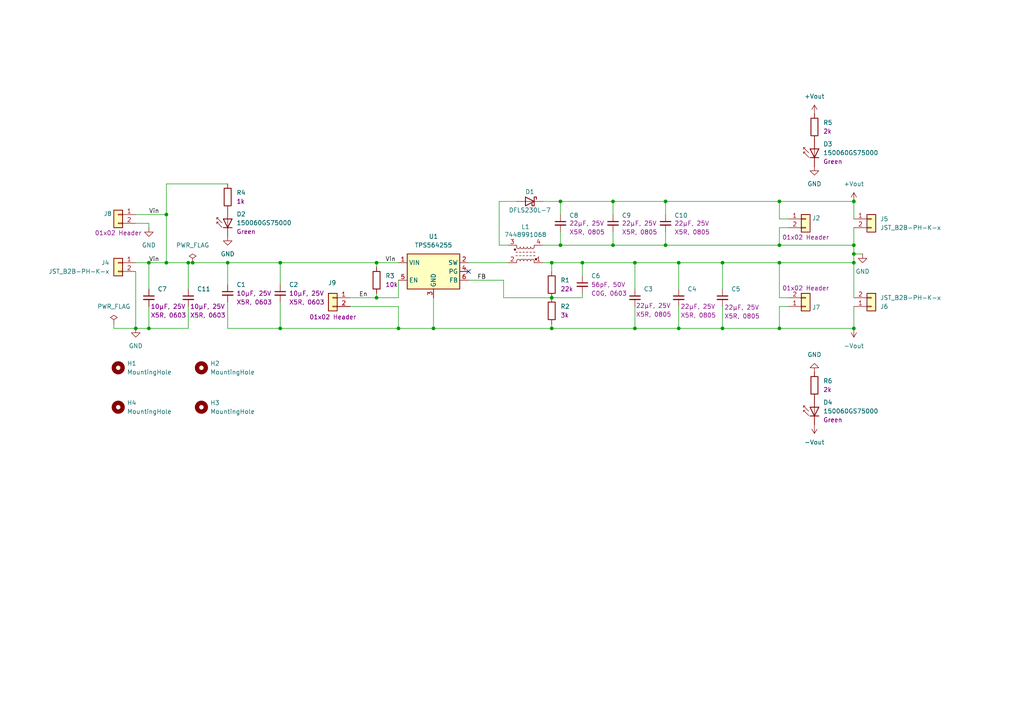
<source format=kicad_sch>
(kicad_sch (version 20231120) (generator "eeschema") (generator_version "8.0")
  (paper "A4")
  (title_block (title "Split Rail Supply") (date "2024-10-27") (rev "A") (company "fl0m0") (comment 1 "3V to 9V input to ±5V output supply"))
  (lib_symbols
    (symbol "Capacitor_User:10uF,25V,X5R,0603" (pin_numbers hide) (pin_names (offset 0.254) hide)
      (property "Reference" "C" (at 0.254 1.778 0))
      (property "Pretty Value 1" "10μF, 25V" (at 2.54 1.27 0))
      (property "Pretty Value 2" "X5R, 0603" (at 2.54 -1.27 0))
      (symbol "10uF,25V,X5R,0603_0_1"
        (polyline (pts (xy -1.524 -0.508) (xy 1.524 -0.508)) (stroke (width 0.3302)))
        (polyline (pts (xy -1.524 0.508) (xy 1.524 0.508)) (stroke (width 0.3048)))
      )
      (symbol "10uF,25V,X5R,0603_1_1"
        (pin passive line (at 0 2.54 270) (length 2.032) (name "~") (number "1"))
        (pin passive line (at 0 -2.54 90) (length 2.032) (name "~") (number "2"))
      )
    )
    (symbol "Capacitor_User:22uF,25V,X5R,0805" (pin_numbers hide) (pin_names (offset 0.254) hide)
      (property "Reference" "C" (at 0.254 1.778 0))
      (property "Pretty Value 1" "22μF, 25V" (at 2.54 1.27 0))
      (property "Pretty Value 2" "X5R, 0805" (at 2.54 -1.27 0))
      (symbol "22uF,25V,X5R,0805_0_1"
        (polyline (pts (xy -1.524 -0.508) (xy 1.524 -0.508)) (stroke (width 0.3302)))
        (polyline (pts (xy -1.524 0.508) (xy 1.524 0.508)) (stroke (width 0.3048)))
      )
      (symbol "22uF,25V,X5R,0805_1_1"
        (pin passive line (at 0 2.54 270) (length 2.032) (name "~") (number "1"))
        (pin passive line (at 0 -2.54 90) (length 2.032) (name "~") (number "2"))
      )
    )
    (symbol "Capacitor_User:56pF,50V,C0G,0603" (pin_numbers hide) (pin_names (offset 0.254) hide)
      (property "Reference" "C" (at 0.254 1.778 0))
      (property "Pretty Value 1" "56pF, 50V" (at 2.54 1.27 0))
      (property "Pretty Value 2" "C0G, 0603" (at 2.54 -1.27 0))
      (symbol "56pF,50V,C0G,0603_0_1"
        (polyline (pts (xy -1.524 -0.508) (xy 1.524 -0.508)) (stroke (width 0.3302)))
        (polyline (pts (xy -1.524 0.508) (xy 1.524 0.508)) (stroke (width 0.3048)))
      )
      (symbol "56pF,50V,C0G,0603_1_1"
        (pin passive line (at 0 2.54 270) (length 2.032) (name "~") (number "1"))
        (pin passive line (at 0 -2.54 90) (length 2.032) (name "~") (number "2"))
      )
    )
    (symbol "Connector_User:JST_B2B-PH-K-x" (pin_names (offset 3) hide)
      (property "Reference" "J" (at 0 5.08 0))
      (property "Value" "JST_B2B-PH-K-x" (at 0 -3.175 0))
      (symbol "JST_B2B-PH-K-x_1_1"
        (rectangle (start -1.27 0.127) (end 0 -0.127) (stroke (width 0.1524)))
        (rectangle (start -1.27 2.667) (end 0 2.413) (stroke (width 0.1524)))
        (rectangle (start -1.27 3.81) (end 1.27 -1.27) (stroke (width 0.254)) (fill (type background)))
        (pin passive line (at -5.08 2.54 0) (length 3.81) (name "Pin_1") (number "1"))
        (pin passive line (at -5.08 0 0) (length 3.81) (name "Pin_2") (number "2"))
      )
    )
    (symbol "Connector_User:Pin_Header_01x02_Wurth_61300211121" (pin_names (offset 3) hide)
      (property "Reference" "J" (at 0 3.81 0))
      (property "Value" "Header_01x02_Wurth_61300211121" (at 0 -5.08 0))
      (property "Pretty Value" "01x02 Header" (at -0.635 -6.985 0))
      (symbol "Pin_Header_01x02_Wurth_61300211121_1_1"
        (rectangle (start -1.27 -1.143) (end 0 -1.397) (stroke (width 0.1524)))
        (rectangle (start -1.27 1.397) (end 0 1.143) (stroke (width 0.1524)))
        (rectangle (start -1.27 2.54) (end 1.27 -2.54) (stroke (width 0.254)) (fill (type background)))
        (pin passive line (at -5.08 1.27 0) (length 3.81) (name "Pin_1") (number "1"))
        (pin passive line (at -5.08 -1.27 0) (length 3.81) (name "Pin_2") (number "2"))
      )
    )
    (symbol "Diode_User:DFLS230L-7" (pin_numbers hide) (pin_names (offset 1.016) hide)
      (property "Reference" "D" (at 0 2.54 0))
      (property "Value" "DFLS230L-7" (at 0 -2.54 0))
      (property "MPN" "DFLS230L-7" (at 0 0 0))
      (symbol "DFLS230L-7_0_1"
        (polyline (pts (xy 1.27 0) (xy -1.27 0)))
        (polyline (pts (xy 1.27 1.27) (xy 1.27 -1.27) (xy -1.27 0) (xy 1.27 1.27)) (stroke (width 0.254)))
        (polyline (pts (xy -1.905 0.635) (xy -1.905 1.27) (xy -1.27 1.27) (xy -1.27 -1.27) (xy -0.635 -1.27) (xy -0.635 -0.635)) (stroke (width 0.254)))
      )
      (symbol "DFLS230L-7_1_1"
        (pin passive line (at -3.81 0 0) (length 2.54) (name "K") (number "1"))
        (pin passive line (at 3.81 0 180) (length 2.54) (name "A") (number "2"))
      )
    )
    (symbol "Inductor_User:7448991068" (pin_names (offset 0.254) hide)
      (property "Reference" "L" (at 0 4.445 0))
      (property "Value" "7448991068" (at 0 -4.445 0))
      (symbol "7448991068_0_1"
        (circle (center -3.048 1.524) (radius 0.254) (fill (type outline)))
        (arc (start -2.54 2.032) (mid -2.032 1.5262) (end -1.524 2.032))
        (arc (start -1.524 -2.032) (mid -2.032 -1.5262) (end -2.54 -2.032))
        (arc (start -1.524 2.032) (mid -1.016 1.5262) (end -0.508 2.032))
        (arc (start -0.508 -2.032) (mid -1.016 -1.5262) (end -1.524 -2.032))
        (arc (start -0.508 2.032) (mid 0 1.5262) (end 0.508 2.032))
        (polyline (pts (xy -2.794 -0.508) (xy -2.286 -0.508)))
        (polyline (pts (xy -2.794 0.508) (xy -2.286 0.508)))
        (polyline (pts (xy -2.54 -2.032) (xy -2.54 -2.54)))
        (polyline (pts (xy -2.54 2.032) (xy -2.54 2.54)))
        (polyline (pts (xy -1.778 -0.508) (xy -1.27 -0.508)))
        (polyline (pts (xy -1.778 0.508) (xy -1.27 0.508)))
        (polyline (pts (xy -0.762 -0.508) (xy -0.254 -0.508)))
        (polyline (pts (xy -0.762 0.508) (xy -0.254 0.508)))
        (polyline (pts (xy 0.254 -0.508) (xy 0.762 -0.508)))
        (polyline (pts (xy 0.254 0.508) (xy 0.762 0.508)))
        (polyline (pts (xy 1.27 -0.508) (xy 1.778 -0.508)))
        (polyline (pts (xy 1.27 0.508) (xy 1.778 0.508)))
        (polyline (pts (xy 2.286 -0.508) (xy 2.794 -0.508)))
        (polyline (pts (xy 2.286 0.508) (xy 2.794 0.508)))
        (polyline (pts (xy 2.54 -2.032) (xy 2.54 -2.54)))
        (polyline (pts (xy 2.54 2.54) (xy 2.54 2.032)))
        (arc (start 0.508 -2.032) (mid 0 -1.5262) (end -0.508 -2.032))
        (arc (start 0.508 2.032) (mid 1.016 1.5262) (end 1.524 2.032))
        (arc (start 1.524 -2.032) (mid 1.016 -1.5262) (end 0.508 -2.032))
        (arc (start 1.524 2.032) (mid 2.032 1.5262) (end 2.54 2.032))
        (arc (start 2.54 -2.032) (mid 2.032 -1.5262) (end 1.524 -2.032))
        (circle (center 3.048 -1.27) (radius 0.254) (fill (type outline)))
      )
      (symbol "7448991068_1_1"
        (pin passive line (at -5.08 2.54 0) (length 2.54) (name "1") (number "1"))
        (pin passive line (at 5.08 2.54 180) (length 2.54) (name "2") (number "2"))
        (pin passive line (at 5.08 -2.54 180) (length 2.54) (name "3") (number "3"))
        (pin passive line (at -5.08 -2.54 0) (length 2.54) (name "4") (number "4"))
      )
    )
    (symbol "LED_User:150060GS75000" (pin_numbers hide) (pin_names (offset 1.016) hide)
      (property "Reference" "D" (at 0.508 1.778 0))
      (property "Value" "150060GS75000" (at -1.016 -2.794 0))
      (property "Info" "Green" (at -1.27 -5.08 0))
      (symbol "150060GS75000_0_1"
        (polyline (pts (xy -2.54 1.27) (xy -2.54 -1.27)) (stroke (width 0.254)))
        (polyline (pts (xy 0 0) (xy -2.54 0)))
        (polyline (pts (xy 0.381 3.175) (xy -0.127 3.175)))
        (polyline (pts (xy -1.143 1.651) (xy 0.381 3.175) (xy 0.381 2.667)))
        (polyline (pts (xy 0 -1.27) (xy -2.54 0) (xy 0 1.27) (xy 0 -1.27)) (stroke (width 0.254)))
        (polyline (pts (xy -2.413 1.651) (xy -0.889 3.175) (xy -0.889 2.667) (xy -0.889 3.175) (xy -1.397 3.175)))
      )
      (symbol "150060GS75000_1_1"
        (pin passive line (at -5.08 0 0) (length 2.54) (name "K") (number "1"))
        (pin passive line (at 2.54 0 180) (length 2.54) (name "A") (number "2"))
      )
    )
    (symbol "Mechanical:MountingHole" (pin_names (offset 1.016)) (exclude_from_sim yes) (in_bom no)
      (property "Reference" "H" (at 0 5.08 0))
      (property "Value" "MountingHole" (at 0 3.175 0))
      (symbol "MountingHole_0_1"
        (circle (center 0 0) (radius 1.27) (stroke (width 1.27)))
      )
    )
    (symbol "Power_User:+Vout" (power) (pin_names (offset 0))
      (property "Value" "+Vout" (at 0 3.81 0))
      (symbol "+Vout_0_1"
        (polyline (pts (xy -0.762 1.27) (xy 0 2.54)))
        (polyline (pts (xy 0 0) (xy 0 2.54)))
        (polyline (pts (xy 0 2.54) (xy 0.762 1.27)))
      )
      (symbol "+Vout_1_1"
        (pin power_in line (at 0 0 90) (length 0) hide (name "+Vout") (number "1"))
      )
    )
    (symbol "Power_User:-Vout" (power) (pin_names (offset 0))
      (property "Value" "-Vout" (at 0 3.81 0))
      (symbol "-Vout_0_1"
        (polyline (pts (xy -0.762 1.27) (xy 0 2.54)))
        (polyline (pts (xy 0 0) (xy 0 2.54)))
        (polyline (pts (xy 0 2.54) (xy 0.762 1.27)))
      )
      (symbol "-Vout_1_1"
        (pin power_in line (at 0 0 90) (length 0) hide (name "-Vout") (number "1"))
      )
    )
    (symbol "Regulator_Switching_User:TPS564255"
      (property "Reference" "U" (at -7.62 6.35 0))
      (property "Value" "TPS564255" (at -2.54 6.35 0))
      (symbol "TPS564255_0_1"
        (rectangle (start -7.62 5.08) (end 7.62 -5.08) (stroke (width 0.254)) (fill (type background)))
      )
      (symbol "TPS564255_1_1"
        (pin power_in line (at -10.16 2.54 0) (length 2.54) (name "VIN") (number "1"))
        (pin output line (at 10.16 2.54 180) (length 2.54) (name "SW") (number "2"))
        (pin power_in line (at 0 -7.62 90) (length 2.54) (name "GND") (number "3"))
        (pin open_collector line (at 10.16 0 180) (length 2.54) (name "PG") (number "4"))
        (pin input line (at -10.16 -2.54 0) (length 2.54) (name "EN") (number "5"))
        (pin input line (at 10.16 -2.54 180) (length 2.54) (name "FB") (number "6"))
      )
    )
    (symbol "Resistor_User:10k,0603" (pin_numbers hide) (pin_names (offset 0.254) hide)
      (property "Reference" "R" (at 0 -0.635 90))
      (property "Resistance" "10k" (at 1.905 0 0))
      (symbol "10k,0603_1_1"
        (rectangle (start -1.016 -2.54) (end 1.016 2.54) (stroke (width 0.254)))
        (pin passive line (at 0 3.81 270) (length 1.27) (name "~") (number "1"))
        (pin passive line (at 0 -3.81 90) (length 1.27) (name "~") (number "2"))
      )
    )
    (symbol "Resistor_User:1k,0603" (pin_numbers hide) (pin_names (offset 0.254) hide)
      (property "Reference" "R" (at 0 -0.635 90))
      (property "Resistance" "1k" (at 1.905 0 0))
      (symbol "1k,0603_1_1"
        (rectangle (start -1.016 -2.54) (end 1.016 2.54) (stroke (width 0.254)))
        (pin passive line (at 0 3.81 270) (length 1.27) (name "~") (number "1"))
        (pin passive line (at 0 -3.81 90) (length 1.27) (name "~") (number "2"))
      )
    )
    (symbol "Resistor_User:22k,0603" (pin_numbers hide) (pin_names (offset 0.254) hide)
      (property "Reference" "R" (at 0 -0.635 90))
      (property "Resistance" "22k" (at 1.905 0 0))
      (symbol "22k,0603_1_1"
        (rectangle (start -1.016 -2.54) (end 1.016 2.54) (stroke (width 0.254)))
        (pin passive line (at 0 3.81 270) (length 1.27) (name "~") (number "1"))
        (pin passive line (at 0 -3.81 90) (length 1.27) (name "~") (number "2"))
      )
    )
    (symbol "Resistor_User:2k,0603" (pin_numbers hide) (pin_names (offset 0.254) hide)
      (property "Reference" "R" (at 0 -0.635 90))
      (property "Resistance" "2k" (at 1.905 0 0))
      (symbol "2k,0603_1_1"
        (rectangle (start -1.016 -2.54) (end 1.016 2.54) (stroke (width 0.254)))
        (pin passive line (at 0 3.81 270) (length 1.27) (name "~") (number "1"))
        (pin passive line (at 0 -3.81 90) (length 1.27) (name "~") (number "2"))
      )
    )
    (symbol "Resistor_User:3k,0603" (pin_numbers hide) (pin_names (offset 0.254) hide)
      (property "Reference" "R" (at 0 -0.635 90))
      (property "Resistance" "3k" (at 1.905 0 0))
      (symbol "3k,0603_1_1"
        (rectangle (start -1.016 -2.54) (end 1.016 2.54) (stroke (width 0.254)))
        (pin passive line (at 0 3.81 270) (length 1.27) (name "~") (number "1"))
        (pin passive line (at 0 -3.81 90) (length 1.27) (name "~") (number "2"))
      )
    )
    (symbol "power:GND" (power) (pin_numbers hide) (pin_names (offset 0) hide)
      (property "Value" "GND" (at 0 -3.81 0))
      (symbol "GND_0_1"
        (polyline (pts (xy 0 0) (xy 0 -1.27) (xy 1.27 -1.27) (xy 0 -2.54) (xy -1.27 -1.27) (xy 0 -1.27)))
      )
      (symbol "GND_1_1"
        (pin power_in line (at 0 0 270) (length 0) (name "~") (number "1"))
      )
    )
    (symbol "power:PWR_FLAG" (power) (pin_numbers hide) (pin_names (offset 0) hide)
      (property "Value" "PWR_FLAG" (at 0 3.81 0))
      (symbol "PWR_FLAG_0_0"
        (pin power_out line (at 0 0 90) (length 0) (name "~") (number "1"))
      )
      (symbol "PWR_FLAG_0_1"
        (polyline (pts (xy 0 0) (xy 0 1.27) (xy -1.016 1.905) (xy 0 2.54) (xy 1.016 1.905) (xy 0 1.27)))
      )
    )
  )
  (junction (at 39.37 95.25))
  (junction (at 247.65 71.12))
  (junction (at 226.06 71.12))
  (junction (at 54.61 76.2))
  (junction (at 247.65 73.66))
  (junction (at 196.85 76.2))
  (junction (at 109.22 86.36))
  (junction (at 115.57 95.25))
  (junction (at 209.55 76.2))
  (junction (at 125.73 95.25))
  (junction (at 226.06 58.42))
  (junction (at 247.65 58.42))
  (junction (at 226.06 76.2))
  (junction (at 43.18 95.25))
  (junction (at 193.04 58.42))
  (junction (at 66.04 76.2))
  (junction (at 196.85 95.25))
  (junction (at 55.88 76.2))
  (junction (at 168.91 76.2))
  (junction (at 160.02 76.2))
  (junction (at 81.28 76.2))
  (junction (at 184.15 76.2))
  (junction (at 177.8 58.42))
  (junction (at 109.22 76.2))
  (junction (at 160.02 95.25))
  (junction (at 43.18 76.2))
  (junction (at 81.28 95.25))
  (junction (at 247.65 95.25))
  (junction (at 209.55 95.25))
  (junction (at 162.56 71.12))
  (junction (at 48.26 76.2))
  (junction (at 160.02 86.36))
  (junction (at 247.65 76.2))
  (junction (at 48.26 62.23))
  (junction (at 193.04 71.12))
  (junction (at 226.06 95.25))
  (junction (at 162.56 58.42))
  (junction (at 184.15 95.25))
  (junction (at 177.8 71.12))
  (no_connect (at 135.89 78.74))
  (wire (pts (xy 43.18 66.04) (xy 43.18 64.77)))
  (wire (pts (xy 101.6 86.36) (xy 109.22 86.36)))
  (wire (pts (xy 226.06 58.42) (xy 226.06 63.5)))
  (wire (pts (xy 168.91 76.2) (xy 168.91 80.01)))
  (wire (pts (xy 115.57 86.36) (xy 115.57 81.28)))
  (wire (pts (xy 196.85 95.25) (xy 184.15 95.25)))
  (wire (pts (xy 109.22 85.09) (xy 109.22 86.36)))
  (wire (pts (xy 184.15 76.2) (xy 196.85 76.2)))
  (wire (pts (xy 168.91 76.2) (xy 184.15 76.2)))
  (wire (pts (xy 193.04 58.42) (xy 226.06 58.42)))
  (wire (pts (xy 43.18 88.9) (xy 43.18 95.25)))
  (wire (pts (xy 196.85 76.2) (xy 196.85 83.82)))
  (wire (pts (xy 250.19 73.66) (xy 247.65 73.66)))
  (wire (pts (xy 177.8 67.31) (xy 177.8 71.12)))
  (wire (pts (xy 81.28 76.2) (xy 109.22 76.2)))
  (wire (pts (xy 144.78 58.42) (xy 149.86 58.42)))
  (wire (pts (xy 157.48 76.2) (xy 160.02 76.2)))
  (wire (pts (xy 193.04 71.12) (xy 226.06 71.12)))
  (wire (pts (xy 66.04 95.25) (xy 81.28 95.25)))
  (wire (pts (xy 33.02 93.98) (xy 33.02 95.25)))
  (wire (pts (xy 55.88 76.2) (xy 66.04 76.2)))
  (wire (pts (xy 162.56 71.12) (xy 177.8 71.12)))
  (wire (pts (xy 247.65 88.9) (xy 247.65 95.25)))
  (wire (pts (xy 39.37 62.23) (xy 48.26 62.23)))
  (wire (pts (xy 66.04 87.63) (xy 66.04 95.25)))
  (wire (pts (xy 226.06 88.9) (xy 226.06 95.25)))
  (wire (pts (xy 160.02 95.25) (xy 184.15 95.25)))
  (wire (pts (xy 66.04 76.2) (xy 81.28 76.2)))
  (wire (pts (xy 81.28 87.63) (xy 81.28 95.25)))
  (wire (pts (xy 228.6 88.9) (xy 226.06 88.9)))
  (wire (pts (xy 33.02 95.25) (xy 39.37 95.25)))
  (wire (pts (xy 168.91 85.09) (xy 168.91 86.36)))
  (wire (pts (xy 48.26 53.34) (xy 48.26 62.23)))
  (wire (pts (xy 43.18 76.2) (xy 48.26 76.2)))
  (wire (pts (xy 157.48 58.42) (xy 162.56 58.42)))
  (wire (pts (xy 228.6 63.5) (xy 226.06 63.5)))
  (wire (pts (xy 66.04 53.34) (xy 48.26 53.34)))
  (wire (pts (xy 146.05 81.28) (xy 146.05 86.36)))
  (wire (pts (xy 177.8 58.42) (xy 177.8 62.23)))
  (wire (pts (xy 54.61 88.9) (xy 54.61 95.25)))
  (wire (pts (xy 184.15 76.2) (xy 184.15 83.82)))
  (wire (pts (xy 109.22 76.2) (xy 115.57 76.2)))
  (wire (pts (xy 247.65 71.12) (xy 247.65 73.66)))
  (wire (pts (xy 162.56 58.42) (xy 177.8 58.42)))
  (wire (pts (xy 54.61 83.82) (xy 54.61 76.2)))
  (wire (pts (xy 193.04 67.31) (xy 193.04 71.12)))
  (wire (pts (xy 115.57 95.25) (xy 125.73 95.25)))
  (wire (pts (xy 109.22 86.36) (xy 115.57 86.36)))
  (wire (pts (xy 39.37 95.25) (xy 43.18 95.25)))
  (wire (pts (xy 135.89 76.2) (xy 147.32 76.2)))
  (wire (pts (xy 226.06 71.12) (xy 247.65 71.12)))
  (wire (pts (xy 247.65 76.2) (xy 247.65 86.36)))
  (wire (pts (xy 54.61 76.2) (xy 55.88 76.2)))
  (wire (pts (xy 48.26 62.23) (xy 48.26 76.2)))
  (wire (pts (xy 226.06 76.2) (xy 226.06 86.36)))
  (wire (pts (xy 196.85 76.2) (xy 209.55 76.2)))
  (wire (pts (xy 177.8 71.12) (xy 193.04 71.12)))
  (wire (pts (xy 226.06 76.2) (xy 247.65 76.2)))
  (wire (pts (xy 247.65 73.66) (xy 247.65 76.2)))
  (wire (pts (xy 226.06 58.42) (xy 247.65 58.42)))
  (wire (pts (xy 115.57 88.9) (xy 115.57 95.25)))
  (wire (pts (xy 101.6 88.9) (xy 115.57 88.9)))
  (wire (pts (xy 43.18 95.25) (xy 54.61 95.25)))
  (wire (pts (xy 144.78 71.12) (xy 144.78 58.42)))
  (wire (pts (xy 228.6 86.36) (xy 226.06 86.36)))
  (wire (pts (xy 125.73 95.25) (xy 125.73 86.36)))
  (wire (pts (xy 160.02 95.25) (xy 160.02 93.98)))
  (wire (pts (xy 157.48 71.12) (xy 162.56 71.12)))
  (wire (pts (xy 193.04 58.42) (xy 193.04 62.23)))
  (wire (pts (xy 162.56 58.42) (xy 162.56 62.23)))
  (wire (pts (xy 43.18 64.77) (xy 39.37 64.77)))
  (wire (pts (xy 135.89 81.28) (xy 146.05 81.28)))
  (wire (pts (xy 43.18 83.82) (xy 43.18 76.2)))
  (wire (pts (xy 184.15 88.9) (xy 184.15 95.25)))
  (wire (pts (xy 209.55 88.9) (xy 209.55 95.25)))
  (wire (pts (xy 81.28 95.25) (xy 115.57 95.25)))
  (wire (pts (xy 146.05 86.36) (xy 160.02 86.36)))
  (wire (pts (xy 39.37 76.2) (xy 43.18 76.2)))
  (wire (pts (xy 226.06 66.04) (xy 226.06 71.12)))
  (wire (pts (xy 247.65 66.04) (xy 247.65 71.12)))
  (wire (pts (xy 177.8 58.42) (xy 193.04 58.42)))
  (wire (pts (xy 147.32 71.12) (xy 144.78 71.12)))
  (wire (pts (xy 66.04 82.55) (xy 66.04 76.2)))
  (wire (pts (xy 209.55 76.2) (xy 209.55 83.82)))
  (wire (pts (xy 209.55 95.25) (xy 226.06 95.25)))
  (wire (pts (xy 247.65 63.5) (xy 247.65 58.42)))
  (wire (pts (xy 160.02 76.2) (xy 160.02 78.74)))
  (wire (pts (xy 81.28 76.2) (xy 81.28 82.55)))
  (wire (pts (xy 48.26 76.2) (xy 54.61 76.2)))
  (wire (pts (xy 160.02 76.2) (xy 168.91 76.2)))
  (wire (pts (xy 228.6 66.04) (xy 226.06 66.04)))
  (wire (pts (xy 196.85 95.25) (xy 209.55 95.25)))
  (wire (pts (xy 209.55 76.2) (xy 226.06 76.2)))
  (wire (pts (xy 160.02 86.36) (xy 168.91 86.36)))
  (wire (pts (xy 162.56 67.31) (xy 162.56 71.12)))
  (wire (pts (xy 39.37 78.74) (xy 39.37 95.25)))
  (wire (pts (xy 196.85 88.9) (xy 196.85 95.25)))
  (wire (pts (xy 125.73 95.25) (xy 160.02 95.25)))
  (wire (pts (xy 226.06 95.25) (xy 247.65 95.25)))
  (wire (pts (xy 109.22 76.2) (xy 109.22 77.47)))
  (label "En" (at 104.14 86.36 0))
  (label "Vin" (at 43.18 76.2 0))
  (label "Vin" (at 43.18 62.23 0))
  (label "Vin" (at 111.76 76.2 0))
  (label "FB" (at 138.43 81.28 0))
  (symbol (lib_id "Mechanical:MountingHole") (at 58.42 106.68 0) (unit 1) (exclude_from_sim yes) (in_bom no)
    (property "Reference" "H2" (at 60.96 105.4099 0) (effects (justify left)))
    (property "Value" "MountingHole" (at 60.96 107.9499 0) (effects (justify left)))
    (property "Footprint" "MountingHole:MountingHole_2.7mm_M2.5_DIN965" (effects (hide yes)))
    (property "Description" "Mounting Hole without connection" (effects (hide yes)))
  )
  (symbol (lib_id "Connector_User:Pin_Header_01x02_Wurth_61300211121") (at 233.68 87.63 0) (mirror x) (unit 1)
    (property "Reference" "J7" (at 236.728 89.154 0))
    (property "Value" "Header_01x02_Wurth_61300211121" (effects (hide yes)))
    (property "Footprint" "Connector_PinHeader_2.54mm:PinHeader_1x02_P2.54mm_Vertical" (effects (hide yes)))
    (property "Datasheet" "https://www.we-online.com/katalog/datasheet/61300211121.pdf" (effects (hide yes)))
    (property "Description" "Pin Header,Wurth Electronics, 61300211121, 01x02, 2.54mm" (effects (hide yes)))
    (property "Manufacturer" "Wurth Electronics" (effects (hide yes)))
    (property "MPN" "61300211121" (effects (hide yes)))
    (property "Supplier" "Digi-Key" (effects (hide yes)))
    (property "SPN" "732-5315-ND" (effects (hide yes)))
    (property "Pretty Value" "01x02 Header" (at 233.68 83.566 0))
  )
  (symbol (lib_id "Capacitor_User:10uF,25V,X5R,0603") (at 43.18 86.36 0) (unit 1)
    (property "Reference" "C7" (at 45.72 83.8262 0) (effects (justify left)))
    (property "Value" "10uF,25V,X5R,0603" (effects (hide yes)))
    (property "Footprint" "Capacitor_SMD:C_0603_1608Metric_Pad1.08x0.95mm_HandSolder" (effects (hide yes)))
    (property "Description" "Ceramic capacitor" (effects (hide yes)))
    (property "Pretty Value 1" "10μF, 25V" (at 43.688 88.9 0) (effects (justify left)))
    (property "Pretty Value 2" "X5R, 0603" (at 43.688 91.44 0) (effects (justify left)))
  )
  (symbol (lib_id "Power_User:+Vout") (at 247.65 58.42 0) (unit 1)
    (property "Reference" "#PWR02" (effects (hide yes)))
    (property "Value" "+Vout" (at 247.65 53.34 0))
    (property "Description" "Power symbol creates a global label with name \"+Vout\"" (effects (hide yes)))
  )
  (symbol (lib_id "Capacitor_User:22uF,25V,X5R,0805") (at 184.15 86.36 0) (unit 1)
    (property "Reference" "C3" (at 186.69 83.8262 0) (effects (justify left)))
    (property "Value" "22uF,25V,X5R,0805" (effects (hide yes)))
    (property "Footprint" "Capacitor_SMD:C_0805_2012Metric_Pad1.18x1.45mm_HandSolder" (effects (hide yes)))
    (property "Description" "Ceramic capacitor" (effects (hide yes)))
    (property "Pretty Value 1" "22μF, 25V" (at 184.404 88.646 0) (effects (justify left)))
    (property "Pretty Value 2" "X5R, 0805" (at 184.404 91.186 0) (effects (justify left)))
  )
  (symbol (lib_id "Connector_User:JST_B2B-PH-K-x") (at 252.73 66.04 0) (unit 1)
    (property "Reference" "J5" (at 255.27 63.4999 0) (effects (justify left)))
    (property "Value" "JST_B2B-PH-K-x" (at 255.27 66.0399 0) (effects (justify left)))
    (property "Footprint" "Connector_JST:JST_PH_B2B-PH-K_1x02_P2.00mm_Vertical" (effects (hide yes)))
    (property "Datasheet" "https://www.jst-mfg.com/product/pdf/eng/ePH.pdf" (effects (hide yes)))
    (property "Description" "Header, 01x02, Vertical, THT, 2.0mm" (effects (hide yes)))
    (property "Manufacturer" "JST" (effects (hide yes)))
    (property "MPN" "B2B-PH-K-S(LF)(SN)" (effects (hide yes)))
    (property "Supplier" "Digi-Key" (effects (hide yes)))
    (property "SPN" "455-1262-ND" (effects (hide yes)))
  )
  (symbol (lib_id "Capacitor_User:10uF,25V,X5R,0603") (at 81.28 85.09 0) (unit 1)
    (property "Reference" "C2" (at 83.82 82.5562 0) (effects (justify left)))
    (property "Value" "10uF,25V,X5R,0603" (effects (hide yes)))
    (property "Footprint" "Capacitor_SMD:C_0603_1608Metric_Pad1.08x0.95mm_HandSolder" (effects (hide yes)))
    (property "Description" "Ceramic capacitor" (effects (hide yes)))
    (property "Pretty Value 1" "10μF, 25V" (at 83.82 85.0962 0) (effects (justify left)))
    (property "Pretty Value 2" "X5R, 0603" (at 83.82 87.6362 0) (effects (justify left)))
  )
  (symbol (lib_id "Mechanical:MountingHole") (at 58.42 118.11 0) (unit 1) (exclude_from_sim yes) (in_bom no)
    (property "Reference" "H3" (at 60.96 116.8399 0) (effects (justify left)))
    (property "Value" "MountingHole" (at 60.96 119.3799 0) (effects (justify left)))
    (property "Footprint" "MountingHole:MountingHole_2.7mm_M2.5_DIN965" (effects (hide yes)))
    (property "Description" "Mounting Hole without connection" (effects (hide yes)))
  )
  (symbol (lib_id "Connector_User:JST_B2B-PH-K-x") (at 34.29 78.74 0) (mirror y) (unit 1)
    (property "Reference" "J4" (at 31.75 76.1999 0) (effects (justify left)))
    (property "Value" "JST_B2B-PH-K-x" (at 31.75 78.7399 0) (effects (justify left)))
    (property "Footprint" "Connector_JST:JST_PH_B2B-PH-K_1x02_P2.00mm_Vertical" (effects (hide yes)))
    (property "Datasheet" "https://www.jst-mfg.com/product/pdf/eng/ePH.pdf" (effects (hide yes)))
    (property "Description" "Header, 01x02, Vertical, THT, 2.0mm" (effects (hide yes)))
    (property "Manufacturer" "JST" (effects (hide yes)))
    (property "MPN" "B2B-PH-K-S(LF)(SN)" (effects (hide yes)))
    (property "Supplier" "Digi-Key" (effects (hide yes)))
    (property "SPN" "455-1262-ND" (effects (hide yes)))
  )
  (symbol (lib_id "Capacitor_User:10uF,25V,X5R,0603") (at 54.61 86.36 0) (unit 1)
    (property "Reference" "C11" (at 57.15 83.8262 0) (effects (justify left)))
    (property "Value" "10uF,25V,X5R,0603" (effects (hide yes)))
    (property "Footprint" "Capacitor_SMD:C_0603_1608Metric_Pad1.08x0.95mm_HandSolder" (effects (hide yes)))
    (property "Description" "Ceramic capacitor" (effects (hide yes)))
    (property "Pretty Value 1" "10μF, 25V" (at 55.118 88.9 0) (effects (justify left)))
    (property "Pretty Value 2" "X5R, 0603" (at 55.118 91.44 0) (effects (justify left)))
  )
  (symbol (lib_id "power:GND") (at 66.04 68.58 0) (unit 1)
    (property "Reference" "#PWR06" (effects (hide yes)))
    (property "Value" "GND" (at 66.04 73.66 0))
    (property "Description" "Power symbol creates a global label with name \"GND\" , ground" (effects (hide yes)))
  )
  (symbol (lib_id "LED_User:150060GS75000") (at 236.22 43.18 90) (unit 1)
    (property "Reference" "D3" (at 238.76 41.7829 90) (effects (justify right)))
    (property "Value" "150060GS75000" (at 238.76 44.3229 90) (effects (justify right)))
    (property "Footprint" "LED_SMD:LED_0603_1608Metric_Pad1.05x0.95mm_HandSolder" (effects (hide yes)))
    (property "Datasheet" "https://www.we-online.com/katalog/datasheet/150060GS75000.pdf" (effects (hide yes)))
    (property "Description" "Top View SMD LED, Green, 0603" (effects (hide yes)))
    (property "Manufacturer" "Wuerth Elektronik" (effects (hide yes)))
    (property "Supplier" "DigiKey" (effects (hide yes)))
    (property "SPN" "732-4971-1-ND" (effects (hide yes)))
    (property "Info" "Green" (at 238.76 46.8629 90) (effects (justify right)))
  )
  (symbol (lib_id "Diode_User:DFLS230L-7") (at 153.67 58.42 0) (mirror y) (unit 1)
    (property "Reference" "D1" (at 153.67 55.626 0))
    (property "Value" "DFLS230L-7" (at 153.67 60.96 0))
    (property "Footprint" "Diode_SMD:D_PowerDI-123" (effects (hide yes)))
    (property "Datasheet" "https://www.diodes.com/assets/Datasheets/DFLS230.pdf" (effects (hide yes)))
    (property "Description" "30V 2A Schottky Diode, PowerDI123" (effects (hide yes)))
    (property "Manufacturer" "Diodes" (effects (hide yes)))
    (property "Supplier" "DigiKey" (effects (hide yes)))
    (property "SPN" "DFLS230LDICT-ND" (effects (hide yes)))
    (property "MPN" "DFLS230L-7" (effects (hide yes)))
  )
  (symbol (lib_id "LED_User:150060GS75000") (at 66.04 63.5 90) (unit 1)
    (property "Reference" "D2" (at 68.58 62.1029 90) (effects (justify right)))
    (property "Value" "150060GS75000" (at 68.58 64.6429 90) (effects (justify right)))
    (property "Footprint" "LED_SMD:LED_0603_1608Metric_Pad1.05x0.95mm_HandSolder" (effects (hide yes)))
    (property "Datasheet" "https://www.we-online.com/katalog/datasheet/150060GS75000.pdf" (effects (hide yes)))
    (property "Description" "Top View SMD LED, Green, 0603" (effects (hide yes)))
    (property "Manufacturer" "Wuerth Elektronik" (effects (hide yes)))
    (property "Supplier" "DigiKey" (effects (hide yes)))
    (property "SPN" "732-4971-1-ND" (effects (hide yes)))
    (property "Info" "Green" (at 68.58 67.1829 90) (effects (justify right)))
  )
  (symbol (lib_id "Capacitor_User:22uF,25V,X5R,0805") (at 196.85 86.36 0) (unit 1)
    (property "Reference" "C4" (at 199.39 83.8262 0) (effects (justify left)))
    (property "Value" "22uF,25V,X5R,0805" (effects (hide yes)))
    (property "Footprint" "Capacitor_SMD:C_0805_2012Metric_Pad1.18x1.45mm_HandSolder" (effects (hide yes)))
    (property "Description" "Ceramic capacitor" (effects (hide yes)))
    (property "Pretty Value 1" "22μF, 25V" (at 197.358 88.9 0) (effects (justify left)))
    (property "Pretty Value 2" "X5R, 0805" (at 197.358 91.44 0) (effects (justify left)))
  )
  (symbol (lib_id "power:PWR_FLAG") (at 55.88 76.2 0) (unit 1)
    (property "Reference" "#FLG01" (effects (hide yes)))
    (property "Value" "PWR_FLAG" (at 55.88 71.12 0))
    (property "Description" "Special symbol for telling ERC where power comes from" (effects (hide yes)))
  )
  (symbol (lib_id "power:GND") (at 250.19 73.66 0) (unit 1)
    (property "Reference" "#PWR01" (effects (hide yes)))
    (property "Value" "GND" (at 250.19 78.74 0))
    (property "Description" "Power symbol creates a global label with name \"GND\" , ground" (effects (hide yes)))
  )
  (symbol (lib_id "Power_User:-Vout") (at 247.65 95.25 180) (unit 1)
    (property "Reference" "#PWR03" (effects (hide yes)))
    (property "Value" "-Vout" (at 247.65 100.33 0))
    (property "Description" "Power symbol creates a global label with name \"-Vout\"" (effects (hide yes)))
  )
  (symbol (lib_id "Resistor_User:2k,0603") (at 236.22 36.83 0) (unit 1)
    (property "Reference" "R5" (at 238.76 35.5599 0) (effects (justify left)))
    (property "Value" "2k,0603" (effects (hide yes)))
    (property "Footprint" "Resistor_SMD:R_0603_1608Metric_Pad0.98x0.95mm_HandSolder" (effects (hide yes)))
    (property "Description" "Resistor, 0603" (effects (hide yes)))
    (property "Resistance" "2k" (at 238.76 38.0999 0) (effects (justify left)))
    (property "Tolerance" "1%" (effects (hide yes)))
    (property "Power" "0.1W" (effects (hide yes)))
    (property "Package" "0603" (effects (hide yes)))
  )
  (symbol (lib_id "LED_User:150060GS75000") (at 236.22 118.11 90) (unit 1)
    (property "Reference" "D4" (at 238.76 116.7129 90) (effects (justify right)))
    (property "Value" "150060GS75000" (at 238.76 119.2529 90) (effects (justify right)))
    (property "Footprint" "LED_SMD:LED_0603_1608Metric_Pad1.05x0.95mm_HandSolder" (effects (hide yes)))
    (property "Datasheet" "https://www.we-online.com/katalog/datasheet/150060GS75000.pdf" (effects (hide yes)))
    (property "Description" "Top View SMD LED, Green, 0603" (effects (hide yes)))
    (property "Manufacturer" "Wuerth Elektronik" (effects (hide yes)))
    (property "Supplier" "DigiKey" (effects (hide yes)))
    (property "SPN" "732-4971-1-ND" (effects (hide yes)))
    (property "Info" "Green" (at 238.76 121.7929 90) (effects (justify right)))
  )
  (symbol (lib_id "Resistor_User:1k,0603") (at 66.04 57.15 0) (unit 1)
    (property "Reference" "R4" (at 68.58 55.8799 0) (effects (justify left)))
    (property "Value" "1k,0603" (effects (hide yes)))
    (property "Footprint" "Resistor_SMD:R_0603_1608Metric_Pad0.98x0.95mm_HandSolder" (effects (hide yes)))
    (property "Description" "Resistor, 0603" (effects (hide yes)))
    (property "Resistance" "1k" (at 68.58 58.4199 0) (effects (justify left)))
    (property "Tolerance" "1%" (effects (hide yes)))
    (property "Power" "0.1W" (effects (hide yes)))
    (property "Package" "0603" (effects (hide yes)))
  )
  (symbol (lib_id "Mechanical:MountingHole") (at 34.29 118.11 0) (unit 1) (exclude_from_sim yes) (in_bom no)
    (property "Reference" "H4" (at 36.83 116.8399 0) (effects (justify left)))
    (property "Value" "MountingHole" (at 36.83 119.3799 0) (effects (justify left)))
    (property "Footprint" "MountingHole:MountingHole_2.7mm_M2.5_DIN965" (effects (hide yes)))
    (property "Description" "Mounting Hole without connection" (effects (hide yes)))
  )
  (symbol (lib_id "Power_User:+Vout") (at 236.22 33.02 0) (unit 1)
    (property "Reference" "#PWR08" (effects (hide yes)))
    (property "Value" "+Vout" (at 236.22 27.94 0))
    (property "Description" "Power symbol creates a global label with name \"+Vout\"" (effects (hide yes)))
  )
  (symbol (lib_id "Capacitor_User:22uF,25V,X5R,0805") (at 177.8 64.77 0) (unit 1)
    (property "Reference" "C9" (at 180.34 62.484 0) (effects (justify left)))
    (property "Value" "22uF,25V,X5R,0805" (effects (hide yes)))
    (property "Footprint" "Capacitor_SMD:C_0805_2012Metric_Pad1.18x1.45mm_HandSolder" (effects (hide yes)))
    (property "Description" "Ceramic capacitor" (effects (hide yes)))
    (property "Pretty Value 1" "22μF, 25V" (at 180.34 64.7762 0) (effects (justify left)))
    (property "Pretty Value 2" "X5R, 0805" (at 180.34 67.3162 0) (effects (justify left)))
  )
  (symbol (lib_id "Capacitor_User:22uF,25V,X5R,0805") (at 162.56 64.77 0) (unit 1)
    (property "Reference" "C8" (at 165.1 62.484 0) (effects (justify left)))
    (property "Value" "22uF,25V,X5R,0805" (effects (hide yes)))
    (property "Footprint" "Capacitor_SMD:C_0805_2012Metric_Pad1.18x1.45mm_HandSolder" (effects (hide yes)))
    (property "Description" "Ceramic capacitor" (effects (hide yes)))
    (property "Pretty Value 1" "22μF, 25V" (at 165.1 64.7762 0) (effects (justify left)))
    (property "Pretty Value 2" "X5R, 0805" (at 165.1 67.3162 0) (effects (justify left)))
  )
  (symbol (lib_id "Resistor_User:2k,0603") (at 236.22 111.76 0) (unit 1)
    (property "Reference" "R6" (at 238.76 110.4899 0) (effects (justify left)))
    (property "Value" "2k,0603" (effects (hide yes)))
    (property "Footprint" "Resistor_SMD:R_0603_1608Metric_Pad0.98x0.95mm_HandSolder" (effects (hide yes)))
    (property "Description" "Resistor, 0603" (effects (hide yes)))
    (property "Resistance" "2k" (at 238.76 113.0299 0) (effects (justify left)))
    (property "Tolerance" "1%" (effects (hide yes)))
    (property "Power" "0.1W" (effects (hide yes)))
    (property "Package" "0603" (effects (hide yes)))
  )
  (symbol (lib_id "Inductor_User:7448991068") (at 152.4 73.66 180) (unit 1)
    (property "Reference" "L1" (at 152.4 65.786 0))
    (property "Value" "7448991068" (at 152.4 68.072 0))
    (property "Footprint" "Inductor_SMD_User:L_Wuerth_WE-MCRI-1040_Handsoldering" (effects (hide yes)))
    (property "Datasheet" "https://www.we-online.com/components/products/datasheet/7448991068.pdf" (effects (hide yes)))
    (property "Description" "WE-MCRI SMT Molded Coupled Inductor, 6.8µH, 5A, 44mΩ" (effects (hide yes)))
    (property "Manufacturer" "Wuerth" (effects (hide yes)))
    (property "MPN" "7448991068" (effects (hide yes)))
    (property "Supplier" "DigiKey" (effects (hide yes)))
    (property "SPN" "732-13372-1-ND" (effects (hide yes)))
  )
  (symbol (lib_id "Power_User:-Vout") (at 236.22 123.19 180) (unit 1)
    (property "Reference" "#PWR09" (effects (hide yes)))
    (property "Value" "-Vout" (at 236.22 128.27 0))
    (property "Description" "Power symbol creates a global label with name \"-Vout\"" (effects (hide yes)))
  )
  (symbol (lib_id "Resistor_User:22k,0603") (at 160.02 82.55 0) (unit 1)
    (property "Reference" "R1" (at 162.56 81.2799 0) (effects (justify left)))
    (property "Value" "22k,0603" (effects (hide yes)))
    (property "Footprint" "Resistor_SMD:R_0603_1608Metric_Pad0.98x0.95mm_HandSolder" (effects (hide yes)))
    (property "Description" "Resistor, 0603" (effects (hide yes)))
    (property "Resistance" "22k" (at 162.56 83.8199 0) (effects (justify left)))
    (property "Tolerance" "1%" (effects (hide yes)))
    (property "Power" "0.1W" (effects (hide yes)))
    (property "Package" "0603" (effects (hide yes)))
  )
  (symbol (lib_id "Capacitor_User:10uF,25V,X5R,0603") (at 66.04 85.09 0) (unit 1)
    (property "Reference" "C1" (at 68.58 82.5562 0) (effects (justify left)))
    (property "Value" "10uF,25V,X5R,0603" (effects (hide yes)))
    (property "Footprint" "Capacitor_SMD:C_0603_1608Metric_Pad1.08x0.95mm_HandSolder" (effects (hide yes)))
    (property "Description" "Ceramic capacitor" (effects (hide yes)))
    (property "Pretty Value 1" "10μF, 25V" (at 68.58 85.0962 0) (effects (justify left)))
    (property "Pretty Value 2" "X5R, 0603" (at 68.58 87.6362 0) (effects (justify left)))
  )
  (symbol (lib_id "power:PWR_FLAG") (at 33.02 93.98 0) (unit 1)
    (property "Reference" "#FLG02" (effects (hide yes)))
    (property "Value" "PWR_FLAG" (at 33.02 88.9 0))
    (property "Description" "Special symbol for telling ERC where power comes from" (effects (hide yes)))
  )
  (symbol (lib_id "Connector_User:Pin_Header_01x02_Wurth_61300211121") (at 233.68 64.77 0) (unit 1)
    (property "Reference" "J2" (at 236.728 63.246 0))
    (property "Value" "Header_01x02_Wurth_61300211121" (effects (hide yes)))
    (property "Footprint" "Connector_PinHeader_2.54mm:PinHeader_1x02_P2.54mm_Vertical" (effects (hide yes)))
    (property "Datasheet" "https://www.we-online.com/katalog/datasheet/61300211121.pdf" (effects (hide yes)))
    (property "Description" "Pin Header,Wurth Electronics, 61300211121, 01x02, 2.54mm" (effects (hide yes)))
    (property "Manufacturer" "Wurth Electronics" (effects (hide yes)))
    (property "MPN" "61300211121" (effects (hide yes)))
    (property "Supplier" "Digi-Key" (effects (hide yes)))
    (property "SPN" "732-5315-ND" (effects (hide yes)))
    (property "Pretty Value" "01x02 Header" (at 233.68 68.834 0))
  )
  (symbol (lib_id "Regulator_Switching_User:TPS564255") (at 125.73 78.74 0) (unit 1)
    (property "Reference" "U1" (at 125.73 68.58 0))
    (property "Value" "TPS564255" (at 125.73 71.12 0))
    (property "Footprint" "Package_TO_SOT_SMD:SOT-563" (effects (hide yes)))
    (property "Datasheet" "https://www.ti.com/lit/ds/symlink/tps564252.pdf" (effects (hide yes)))
    (property "Description" "4-A, Synchronous Buck Converter, Adjustable Output Voltage, 3-17V Input Voltage, 0.6-10V Output Voltage, OOA mode, SOT-563" (effects (hide yes)))
    (property "Manufacturer" "Texas Instruments" (effects (hide yes)))
    (property "MPN" "TPS564255DRLR" (effects (hide yes)))
    (property "Supplier" "DigiKey" (effects (hide yes)))
    (property "SPN" "296-TPS564257DRLRCT-ND" (effects (hide yes)))
  )
  (symbol (lib_id "Connector_User:Pin_Header_01x02_Wurth_61300211121") (at 96.52 87.63 0) (mirror y) (unit 1)
    (property "Reference" "J9" (at 97.536 82.042 0) (effects (justify left)))
    (property "Value" "Header_01x02_Wurth_61300211121" (effects (hide yes)))
    (property "Footprint" "Connector_PinHeader_2.54mm:PinHeader_1x02_P2.54mm_Vertical" (effects (hide yes)))
    (property "Datasheet" "https://www.we-online.com/katalog/datasheet/61300211121.pdf" (effects (hide yes)))
    (property "Description" "Pin Header,Wurth Electronics, 61300211121, 01x02, 2.54mm" (effects (hide yes)))
    (property "Manufacturer" "Wurth Electronics" (effects (hide yes)))
    (property "MPN" "61300211121" (effects (hide yes)))
    (property "Supplier" "Digi-Key" (effects (hide yes)))
    (property "SPN" "732-5315-ND" (effects (hide yes)))
    (property "Pretty Value" "01x02 Header" (at 96.52 91.948 0))
  )
  (symbol (lib_id "power:GND") (at 39.37 95.25 0) (unit 1)
    (property "Reference" "#PWR04" (effects (hide yes)))
    (property "Value" "GND" (at 39.37 100.33 0))
    (property "Description" "Power symbol creates a global label with name \"GND\" , ground" (effects (hide yes)))
  )
  (symbol (lib_id "power:GND") (at 236.22 48.26 0) (unit 1)
    (property "Reference" "#PWR07" (effects (hide yes)))
    (property "Value" "GND" (at 236.22 53.34 0))
    (property "Description" "Power symbol creates a global label with name \"GND\" , ground" (effects (hide yes)))
  )
  (symbol (lib_id "Mechanical:MountingHole") (at 34.29 106.68 0) (unit 1) (exclude_from_sim yes) (in_bom no)
    (property "Reference" "H1" (at 36.83 105.4099 0) (effects (justify left)))
    (property "Value" "MountingHole" (at 36.83 107.9499 0) (effects (justify left)))
    (property "Footprint" "MountingHole:MountingHole_2.7mm_M2.5_DIN965" (effects (hide yes)))
    (property "Description" "Mounting Hole without connection" (effects (hide yes)))
  )
  (symbol (lib_id "Capacitor_User:22uF,25V,X5R,0805") (at 193.04 64.77 0) (unit 1)
    (property "Reference" "C10" (at 195.58 62.484 0) (effects (justify left)))
    (property "Value" "22uF,25V,X5R,0805" (effects (hide yes)))
    (property "Footprint" "Capacitor_SMD:C_0805_2012Metric_Pad1.18x1.45mm_HandSolder" (effects (hide yes)))
    (property "Description" "Ceramic capacitor" (effects (hide yes)))
    (property "Pretty Value 1" "22μF, 25V" (at 195.58 64.7762 0) (effects (justify left)))
    (property "Pretty Value 2" "X5R, 0805" (at 195.58 67.3162 0) (effects (justify left)))
  )
  (symbol (lib_id "Connector_User:JST_B2B-PH-K-x") (at 252.73 86.36 0) (mirror x) (unit 1)
    (property "Reference" "J6" (at 255.27 88.9001 0) (effects (justify left)))
    (property "Value" "JST_B2B-PH-K-x" (at 255.27 86.3601 0) (effects (justify left)))
    (property "Footprint" "Connector_JST:JST_PH_B2B-PH-K_1x02_P2.00mm_Vertical" (effects (hide yes)))
    (property "Datasheet" "https://www.jst-mfg.com/product/pdf/eng/ePH.pdf" (effects (hide yes)))
    (property "Description" "Header, 01x02, Vertical, THT, 2.0mm" (effects (hide yes)))
    (property "Manufacturer" "JST" (effects (hide yes)))
    (property "MPN" "B2B-PH-K-S(LF)(SN)" (effects (hide yes)))
    (property "Supplier" "Digi-Key" (effects (hide yes)))
    (property "SPN" "455-1262-ND" (effects (hide yes)))
  )
  (symbol (lib_id "Capacitor_User:22uF,25V,X5R,0805") (at 209.55 86.36 0) (unit 1)
    (property "Reference" "C5" (at 212.09 83.8262 0) (effects (justify left)))
    (property "Value" "22uF,25V,X5R,0805" (effects (hide yes)))
    (property "Footprint" "Capacitor_SMD:C_0805_2012Metric_Pad1.18x1.45mm_HandSolder" (effects (hide yes)))
    (property "Description" "Ceramic capacitor" (effects (hide yes)))
    (property "Pretty Value 1" "22μF, 25V" (at 210.058 89.154 0) (effects (justify left)))
    (property "Pretty Value 2" "X5R, 0805" (at 210.058 91.694 0) (effects (justify left)))
  )
  (symbol (lib_id "power:GND") (at 43.18 66.04 0) (unit 1)
    (property "Reference" "#PWR05" (effects (hide yes)))
    (property "Value" "GND" (at 43.18 71.12 0))
    (property "Description" "Power symbol creates a global label with name \"GND\" , ground" (effects (hide yes)))
  )
  (symbol (lib_id "Capacitor_User:56pF,50V,C0G,0603") (at 168.91 82.55 0) (unit 1)
    (property "Reference" "C6" (at 171.45 80.0162 0) (effects (justify left)))
    (property "Value" "56pF,50V,C0G,0603" (effects (hide yes)))
    (property "Footprint" "Capacitor_SMD:C_0603_1608Metric_Pad1.08x0.95mm_HandSolder" (effects (hide yes)))
    (property "Description" "Ceramic capacitor" (effects (hide yes)))
    (property "Pretty Value 1" "56pF, 50V" (at 171.45 82.5562 0) (effects (justify left)))
    (property "Pretty Value 2" "C0G, 0603" (at 171.45 85.0962 0) (effects (justify left)))
  )
  (symbol (lib_id "Resistor_User:10k,0603") (at 109.22 81.28 0) (unit 1)
    (property "Reference" "R3" (at 111.76 80.0099 0) (effects (justify left)))
    (property "Value" "10k,0603" (effects (hide yes)))
    (property "Footprint" "Resistor_SMD:R_0603_1608Metric_Pad0.98x0.95mm_HandSolder" (effects (hide yes)))
    (property "Description" "Resistor, 0603" (effects (hide yes)))
    (property "Resistance" "10k" (at 111.76 82.5499 0) (effects (justify left)))
    (property "Tolerance" "1%" (effects (hide yes)))
    (property "Power" "0.1W" (effects (hide yes)))
    (property "Package" "0603" (effects (hide yes)))
  )
  (symbol (lib_id "Connector_User:Pin_Header_01x02_Wurth_61300211121") (at 34.29 63.5 0) (mirror y) (unit 1)
    (property "Reference" "J8" (at 31.242 61.976 0))
    (property "Value" "Header_01x02_Wurth_61300211121" (effects (hide yes)))
    (property "Footprint" "Connector_PinHeader_2.54mm:PinHeader_1x02_P2.54mm_Vertical" (effects (hide yes)))
    (property "Datasheet" "https://www.we-online.com/katalog/datasheet/61300211121.pdf" (effects (hide yes)))
    (property "Description" "Pin Header,Wurth Electronics, 61300211121, 01x02, 2.54mm" (effects (hide yes)))
    (property "Manufacturer" "Wurth Electronics" (effects (hide yes)))
    (property "MPN" "61300211121" (effects (hide yes)))
    (property "Supplier" "Digi-Key" (effects (hide yes)))
    (property "SPN" "732-5315-ND" (effects (hide yes)))
    (property "Pretty Value" "01x02 Header" (at 34.29 67.564 0))
  )
  (symbol (lib_id "power:GND") (at 236.22 107.95 180) (unit 1)
    (property "Reference" "#PWR010" (effects (hide yes)))
    (property "Value" "GND" (at 236.22 102.87 0))
    (property "Description" "Power symbol creates a global label with name \"GND\" , ground" (effects (hide yes)))
  )
  (symbol (lib_id "Resistor_User:3k,0603") (at 160.02 90.17 0) (unit 1)
    (property "Reference" "R2" (at 162.56 88.8999 0) (effects (justify left)))
    (property "Value" "3k,0603" (effects (hide yes)))
    (property "Footprint" "Resistor_SMD:R_0603_1608Metric_Pad0.98x0.95mm_HandSolder" (effects (hide yes)))
    (property "Description" "Resistor, 0603" (effects (hide yes)))
    (property "Resistance" "3k" (at 162.56 91.4399 0) (effects (justify left)))
    (property "Tolerance" "1%" (effects (hide yes)))
    (property "Power" "0.1W" (effects (hide yes)))
    (property "Package" "0603" (effects (hide yes)))
  )
)
</source>
